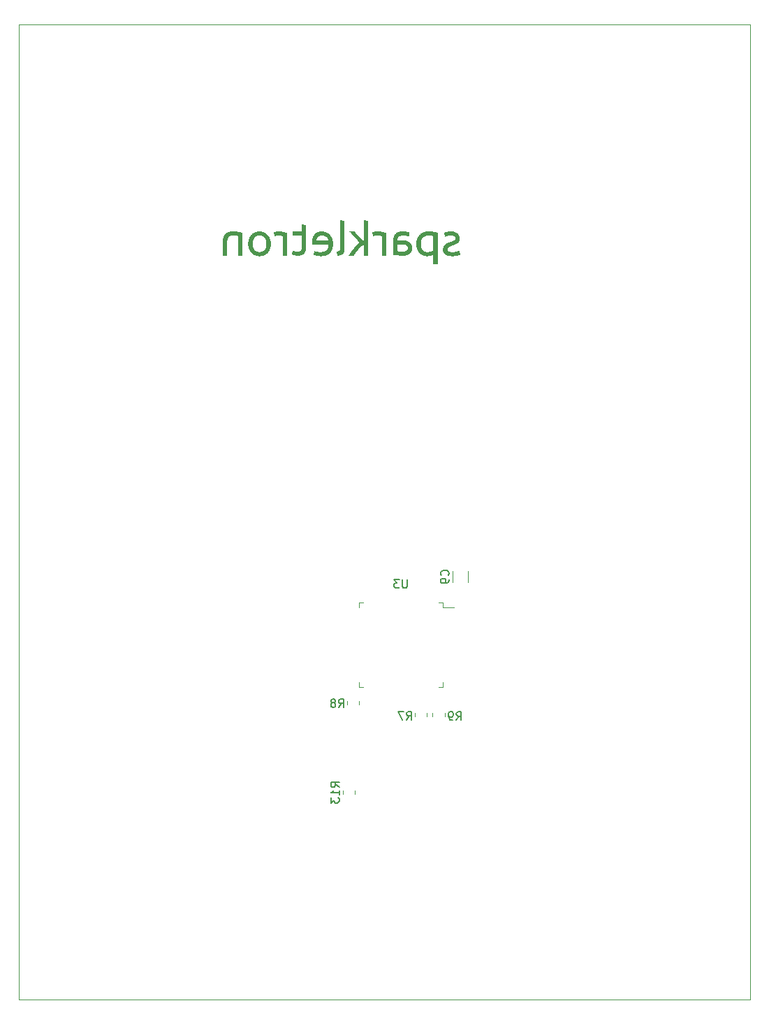
<source format=gbr>
%TF.GenerationSoftware,KiCad,Pcbnew,7.0.9-7.0.9~ubuntu22.04.1*%
%TF.CreationDate,2024-01-06T12:21:39-05:00*%
%TF.ProjectId,coleco_original,636f6c65-636f-45f6-9f72-6967696e616c,DEV*%
%TF.SameCoordinates,Original*%
%TF.FileFunction,Legend,Bot*%
%TF.FilePolarity,Positive*%
%FSLAX46Y46*%
G04 Gerber Fmt 4.6, Leading zero omitted, Abs format (unit mm)*
G04 Created by KiCad (PCBNEW 7.0.9-7.0.9~ubuntu22.04.1) date 2024-01-06 12:21:39*
%MOMM*%
%LPD*%
G01*
G04 APERTURE LIST*
%ADD10C,0.100000*%
%ADD11C,0.150000*%
%ADD12C,0.120000*%
%TA.AperFunction,Profile*%
%ADD13C,0.100000*%
%TD*%
G04 APERTURE END LIST*
D10*
G36*
X134504667Y-82993716D02*
G01*
X134465260Y-82993422D01*
X134408582Y-82991880D01*
X134354824Y-82989015D01*
X134303985Y-82984827D01*
X134256066Y-82979317D01*
X134211066Y-82972485D01*
X134168985Y-82964331D01*
X134129824Y-82954854D01*
X134082151Y-82940161D01*
X134039668Y-82923118D01*
X134029859Y-82918490D01*
X133993451Y-82898034D01*
X133961898Y-82874770D01*
X133929283Y-82841740D01*
X133904253Y-82804321D01*
X133886808Y-82762514D01*
X133876947Y-82716318D01*
X133874520Y-82676201D01*
X133876901Y-82634557D01*
X133884046Y-82595112D01*
X133895952Y-82557865D01*
X133917534Y-82514397D01*
X133940157Y-82482096D01*
X133967542Y-82451993D01*
X133999691Y-82424089D01*
X134026928Y-82404603D01*
X134067869Y-82379140D01*
X134102622Y-82359643D01*
X134140844Y-82339802D01*
X134182535Y-82319618D01*
X134227695Y-82299090D01*
X134276324Y-82278218D01*
X134328423Y-82257004D01*
X134365082Y-82242670D01*
X134403283Y-82228183D01*
X134443026Y-82213544D01*
X134484311Y-82198752D01*
X134527137Y-82183807D01*
X134569177Y-82169366D01*
X134610790Y-82154864D01*
X134651976Y-82140301D01*
X134692734Y-82125677D01*
X134733064Y-82110992D01*
X134772967Y-82096246D01*
X134812443Y-82081439D01*
X134851491Y-82066570D01*
X134889441Y-82050878D01*
X134926108Y-82034086D01*
X134961492Y-82016195D01*
X135003920Y-81992286D01*
X135044344Y-81966660D01*
X135082765Y-81939316D01*
X135119182Y-81910255D01*
X135153194Y-81879076D01*
X135185013Y-81845989D01*
X135214637Y-81810993D01*
X135242066Y-81774090D01*
X135267302Y-81735278D01*
X135290342Y-81694558D01*
X135298944Y-81677736D01*
X135318365Y-81633491D01*
X135331531Y-81595931D01*
X135342590Y-81556447D01*
X135351543Y-81515041D01*
X135358390Y-81471710D01*
X135363130Y-81426457D01*
X135365763Y-81379280D01*
X135366355Y-81342635D01*
X135365233Y-81294416D01*
X135361867Y-81247456D01*
X135356257Y-81201756D01*
X135348404Y-81157315D01*
X135338306Y-81114134D01*
X135325964Y-81072212D01*
X135311378Y-81031549D01*
X135294548Y-80992146D01*
X135275474Y-80954002D01*
X135254156Y-80917118D01*
X135230595Y-80881493D01*
X135204789Y-80847127D01*
X135176739Y-80814021D01*
X135146445Y-80782174D01*
X135113908Y-80751586D01*
X135079126Y-80722258D01*
X135042409Y-80694456D01*
X135004067Y-80668448D01*
X134964099Y-80644234D01*
X134922505Y-80621813D01*
X134879286Y-80601186D01*
X134834440Y-80582352D01*
X134787969Y-80565313D01*
X134739872Y-80550067D01*
X134690150Y-80536614D01*
X134638802Y-80524955D01*
X134585828Y-80515090D01*
X134531228Y-80507019D01*
X134475003Y-80500741D01*
X134417151Y-80496257D01*
X134357674Y-80493566D01*
X134296572Y-80492670D01*
X134250375Y-80493185D01*
X134204111Y-80494730D01*
X134157777Y-80497306D01*
X134111375Y-80500913D01*
X134064904Y-80505550D01*
X134049398Y-80507324D01*
X134003488Y-80512659D01*
X133958814Y-80518407D01*
X133915377Y-80524566D01*
X133873177Y-80531138D01*
X133832213Y-80538122D01*
X133818833Y-80540541D01*
X133779460Y-80547971D01*
X133735869Y-80556901D01*
X133694803Y-80566110D01*
X133656261Y-80575601D01*
X133630277Y-80582551D01*
X133591565Y-80593420D01*
X133553560Y-80604771D01*
X133515086Y-80617386D01*
X133503271Y-80621630D01*
X133599014Y-81133563D01*
X133640401Y-81113761D01*
X133683243Y-81096565D01*
X133724139Y-81082077D01*
X133769758Y-81067446D01*
X133809654Y-81055639D01*
X133852572Y-81043740D01*
X133863773Y-81040751D01*
X133909859Y-81029531D01*
X133958234Y-81019807D01*
X134008899Y-81011579D01*
X134048401Y-81006390D01*
X134089190Y-81002042D01*
X134131268Y-80998536D01*
X134174633Y-80995871D01*
X134219287Y-80994048D01*
X134265228Y-80993066D01*
X134296572Y-80992879D01*
X134337290Y-80993566D01*
X134377012Y-80995627D01*
X134428425Y-81000512D01*
X134478067Y-81007839D01*
X134525939Y-81017609D01*
X134572039Y-81029821D01*
X134616370Y-81044475D01*
X134658929Y-81061572D01*
X134679545Y-81071037D01*
X134717784Y-81091721D01*
X134750924Y-81115184D01*
X134785180Y-81148419D01*
X134811470Y-81185995D01*
X134829793Y-81227912D01*
X134840149Y-81274170D01*
X134842699Y-81314303D01*
X134840439Y-81356007D01*
X134833662Y-81395147D01*
X134820636Y-81436114D01*
X134806551Y-81465733D01*
X134782654Y-81501076D01*
X134756352Y-81530934D01*
X134725288Y-81559328D01*
X134694199Y-81582970D01*
X134659130Y-81605723D01*
X134620602Y-81627823D01*
X134584824Y-81646244D01*
X134546505Y-81664184D01*
X134505644Y-81681644D01*
X134469155Y-81695783D01*
X134430520Y-81710113D01*
X134389738Y-81724634D01*
X134346809Y-81739346D01*
X134301734Y-81754249D01*
X134264128Y-81766308D01*
X134235023Y-81775433D01*
X134196400Y-81788239D01*
X134158567Y-81801010D01*
X134121524Y-81813747D01*
X134073362Y-81830676D01*
X134026605Y-81847544D01*
X133981252Y-81864351D01*
X133937304Y-81881097D01*
X133894760Y-81897781D01*
X133863773Y-81910255D01*
X133823733Y-81927184D01*
X133785188Y-81945243D01*
X133748140Y-81964431D01*
X133712587Y-81984749D01*
X133678530Y-82006197D01*
X133645970Y-82028774D01*
X133607373Y-82058584D01*
X133585337Y-82077317D01*
X133550623Y-82109813D01*
X133518532Y-82144408D01*
X133489066Y-82181101D01*
X133462223Y-82219894D01*
X133438004Y-82260786D01*
X133416408Y-82303776D01*
X133408505Y-82321560D01*
X133393850Y-82358471D01*
X133381150Y-82397397D01*
X133370403Y-82438339D01*
X133361610Y-82481295D01*
X133354771Y-82526266D01*
X133349886Y-82573252D01*
X133346956Y-82622253D01*
X133345979Y-82673270D01*
X133347154Y-82723061D01*
X133350680Y-82771318D01*
X133356557Y-82818041D01*
X133364785Y-82863230D01*
X133375364Y-82906884D01*
X133388294Y-82949005D01*
X133403574Y-82989591D01*
X133421205Y-83028643D01*
X133441187Y-83066161D01*
X133463520Y-83102145D01*
X133488204Y-83136595D01*
X133515239Y-83169510D01*
X133544624Y-83200891D01*
X133576361Y-83230739D01*
X133610448Y-83259052D01*
X133646886Y-83285831D01*
X133685503Y-83311030D01*
X133726127Y-83334603D01*
X133768759Y-83356551D01*
X133813398Y-83376872D01*
X133860045Y-83395568D01*
X133908699Y-83412639D01*
X133959360Y-83428083D01*
X134012029Y-83441902D01*
X134066705Y-83454095D01*
X134123388Y-83464662D01*
X134182079Y-83473604D01*
X134242777Y-83480920D01*
X134305483Y-83486610D01*
X134370196Y-83490674D01*
X134436916Y-83493113D01*
X134505644Y-83493926D01*
X134553469Y-83493674D01*
X134599982Y-83492918D01*
X134645183Y-83491659D01*
X134689070Y-83489896D01*
X134731645Y-83487629D01*
X134772906Y-83484858D01*
X134812855Y-83481584D01*
X134870317Y-83475728D01*
X134924825Y-83468738D01*
X134976380Y-83460615D01*
X135024980Y-83451359D01*
X135070627Y-83440969D01*
X135113320Y-83429446D01*
X135153125Y-83417622D01*
X135202378Y-83402685D01*
X135247265Y-83388694D01*
X135287786Y-83375650D01*
X135332299Y-83360676D01*
X135369989Y-83347181D01*
X135411296Y-83330771D01*
X135315553Y-82824700D01*
X135278104Y-82838691D01*
X135241176Y-82852134D01*
X135199049Y-82867199D01*
X135161604Y-82880418D01*
X135120830Y-82894676D01*
X135076729Y-82909972D01*
X135029300Y-82926305D01*
X134991155Y-82938352D01*
X134950727Y-82949215D01*
X134908014Y-82958892D01*
X134863017Y-82967384D01*
X134815736Y-82974691D01*
X134766171Y-82980813D01*
X134714321Y-82985751D01*
X134660188Y-82989503D01*
X134603771Y-82992071D01*
X134545070Y-82993453D01*
X134504667Y-82993716D01*
G37*
G36*
X131625066Y-80492879D02*
G01*
X131669831Y-80493509D01*
X131713910Y-80494559D01*
X131757301Y-80496028D01*
X131800005Y-80497917D01*
X131842023Y-80500226D01*
X131883353Y-80502954D01*
X131923997Y-80506103D01*
X131963953Y-80509671D01*
X132003223Y-80513659D01*
X132060839Y-80520428D01*
X132116910Y-80528142D01*
X132171436Y-80536800D01*
X132224415Y-80546403D01*
X132275807Y-80556401D01*
X132325566Y-80566244D01*
X132373695Y-80575933D01*
X132420191Y-80585467D01*
X132465057Y-80594846D01*
X132508290Y-80604071D01*
X132549893Y-80613141D01*
X132589864Y-80622057D01*
X132640620Y-80633705D01*
X132688477Y-80645077D01*
X132688477Y-84494344D01*
X132165797Y-84494344D01*
X132165797Y-83297554D01*
X132126424Y-83320841D01*
X132088314Y-83340562D01*
X132045385Y-83360569D01*
X132007574Y-83376781D01*
X131966678Y-83393175D01*
X131922699Y-83409753D01*
X131875637Y-83426515D01*
X131851105Y-83434678D01*
X131813450Y-83445935D01*
X131774764Y-83456007D01*
X131735048Y-83464894D01*
X131694302Y-83472596D01*
X131652525Y-83479114D01*
X131609717Y-83484446D01*
X131565879Y-83488593D01*
X131521011Y-83491556D01*
X131475113Y-83493333D01*
X131428184Y-83493926D01*
X131389132Y-83493494D01*
X131331569Y-83491230D01*
X131275227Y-83487026D01*
X131220103Y-83480881D01*
X131166199Y-83472795D01*
X131113514Y-83462768D01*
X131062048Y-83450802D01*
X131011802Y-83436894D01*
X130962775Y-83421046D01*
X130914967Y-83403257D01*
X130868379Y-83383528D01*
X130838028Y-83369381D01*
X130793632Y-83346858D01*
X130750593Y-83322772D01*
X130708910Y-83297124D01*
X130668585Y-83269913D01*
X130629616Y-83241139D01*
X130592003Y-83210802D01*
X130555747Y-83178903D01*
X130520848Y-83145441D01*
X130487306Y-83110416D01*
X130455120Y-83073828D01*
X130434314Y-83048618D01*
X130404306Y-83009686D01*
X130375741Y-82969414D01*
X130348619Y-82927803D01*
X130322939Y-82884853D01*
X130298702Y-82840563D01*
X130275907Y-82794933D01*
X130254555Y-82747964D01*
X130234645Y-82699656D01*
X130216178Y-82650007D01*
X130199154Y-82599020D01*
X130193744Y-82581691D01*
X130178546Y-82529121D01*
X130164893Y-82475674D01*
X130152786Y-82421352D01*
X130142224Y-82366154D01*
X130133208Y-82310081D01*
X130125738Y-82253131D01*
X130119813Y-82195306D01*
X130116722Y-82156269D01*
X130114317Y-82116843D01*
X130112600Y-82077027D01*
X130111570Y-82036822D01*
X130111226Y-81996229D01*
X130111254Y-81993298D01*
X130657353Y-81993298D01*
X130657397Y-82006519D01*
X130658056Y-82045840D01*
X130660162Y-82097467D01*
X130663673Y-82148178D01*
X130668588Y-82197973D01*
X130674908Y-82246852D01*
X130682632Y-82294815D01*
X130691761Y-82341863D01*
X130702294Y-82387994D01*
X130714415Y-82432919D01*
X130728306Y-82476349D01*
X130743968Y-82518282D01*
X130761401Y-82558720D01*
X130780604Y-82597661D01*
X130801579Y-82635107D01*
X130824324Y-82671056D01*
X130848840Y-82705510D01*
X130875157Y-82738315D01*
X130903306Y-82769318D01*
X130933287Y-82798520D01*
X130965099Y-82825921D01*
X130998744Y-82851521D01*
X131034220Y-82875320D01*
X131071528Y-82897317D01*
X131110668Y-82917513D01*
X131141277Y-82931131D01*
X131183851Y-82947205D01*
X131228441Y-82960898D01*
X131275045Y-82972210D01*
X131323665Y-82981140D01*
X131374300Y-82987688D01*
X131413598Y-82991037D01*
X131454030Y-82993047D01*
X131495595Y-82993716D01*
X131508935Y-82993645D01*
X131548565Y-82992571D01*
X131600497Y-82989137D01*
X131651391Y-82983412D01*
X131701247Y-82975398D01*
X131750065Y-82965094D01*
X131797845Y-82952500D01*
X131844587Y-82937617D01*
X131890291Y-82920443D01*
X131901444Y-82915858D01*
X131944416Y-82897403D01*
X131984762Y-82878764D01*
X132022482Y-82859942D01*
X132057577Y-82840937D01*
X132097753Y-82816923D01*
X132133826Y-82792622D01*
X132165797Y-82768036D01*
X132165797Y-81048566D01*
X132122933Y-81037697D01*
X132080016Y-81028788D01*
X132039213Y-81021598D01*
X131994699Y-81014821D01*
X131954771Y-81009487D01*
X131937877Y-81007476D01*
X131892067Y-81003016D01*
X131851744Y-81000032D01*
X131808154Y-80997566D01*
X131761298Y-80995620D01*
X131711174Y-80994193D01*
X131671438Y-80993463D01*
X131629864Y-80993025D01*
X131586453Y-80992879D01*
X131534357Y-80993894D01*
X131483581Y-80996939D01*
X131434126Y-81002015D01*
X131385991Y-81009121D01*
X131339176Y-81018257D01*
X131293682Y-81029424D01*
X131249509Y-81042620D01*
X131206655Y-81057848D01*
X131165123Y-81075105D01*
X131124910Y-81094392D01*
X131086019Y-81115710D01*
X131048447Y-81139058D01*
X131012196Y-81164437D01*
X130977266Y-81191845D01*
X130943656Y-81221284D01*
X130911366Y-81252753D01*
X130880607Y-81285986D01*
X130851832Y-81320958D01*
X130825041Y-81357671D01*
X130800235Y-81396124D01*
X130777414Y-81436317D01*
X130756577Y-81478251D01*
X130737724Y-81521924D01*
X130720856Y-81567338D01*
X130705973Y-81614492D01*
X130693074Y-81663387D01*
X130682159Y-81714021D01*
X130673229Y-81766396D01*
X130666283Y-81820511D01*
X130661322Y-81876366D01*
X130658346Y-81933962D01*
X130657353Y-81993298D01*
X130111254Y-81993298D01*
X130111635Y-81952906D01*
X130112860Y-81910133D01*
X130114901Y-81867909D01*
X130117760Y-81826236D01*
X130121435Y-81785111D01*
X130125927Y-81744536D01*
X130131235Y-81704511D01*
X130137360Y-81665035D01*
X130144302Y-81626109D01*
X130152061Y-81587732D01*
X130165230Y-81531198D01*
X130180236Y-81475900D01*
X130197081Y-81421838D01*
X130215762Y-81369013D01*
X130229051Y-81334422D01*
X130250271Y-81283795D01*
X130273037Y-81234679D01*
X130297349Y-81187075D01*
X130323206Y-81140982D01*
X130350609Y-81096400D01*
X130379558Y-81053329D01*
X130410052Y-81011770D01*
X130442091Y-80971721D01*
X130475677Y-80933184D01*
X130510808Y-80896159D01*
X130535053Y-80872326D01*
X130572579Y-80837879D01*
X130611497Y-80804995D01*
X130651805Y-80773674D01*
X130693505Y-80743915D01*
X130736596Y-80715720D01*
X130781078Y-80689087D01*
X130826950Y-80664016D01*
X130874214Y-80640509D01*
X130922869Y-80618564D01*
X130972915Y-80598182D01*
X131006884Y-80585406D01*
X131058825Y-80567786D01*
X131111950Y-80552021D01*
X131166261Y-80538110D01*
X131221757Y-80526055D01*
X131278437Y-80515854D01*
X131336303Y-80507507D01*
X131375538Y-80502974D01*
X131415300Y-80499264D01*
X131455589Y-80496379D01*
X131496404Y-80494318D01*
X131537746Y-80493082D01*
X131579614Y-80492670D01*
X131625066Y-80492879D01*
G37*
G36*
X128479776Y-80492834D02*
G01*
X128530632Y-80493695D01*
X128580801Y-80495295D01*
X128630283Y-80497634D01*
X128679078Y-80500710D01*
X128727186Y-80504526D01*
X128774607Y-80509080D01*
X128821342Y-80514372D01*
X128867389Y-80520403D01*
X128912750Y-80527172D01*
X128957423Y-80534679D01*
X129000394Y-80542582D01*
X129041011Y-80550536D01*
X129079276Y-80558542D01*
X129126637Y-80569296D01*
X129169814Y-80580142D01*
X129208809Y-80591079D01*
X129251671Y-80604880D01*
X129294478Y-80621630D01*
X129232929Y-81105231D01*
X129207467Y-81095507D01*
X129163549Y-81081093D01*
X129121703Y-81069238D01*
X129075087Y-81057527D01*
X129034360Y-81048261D01*
X128990579Y-81039087D01*
X128943745Y-81030004D01*
X128931531Y-81027720D01*
X128881416Y-81019309D01*
X128842507Y-81013762D01*
X128802464Y-81008867D01*
X128761288Y-81004625D01*
X128718979Y-81001036D01*
X128675536Y-80998100D01*
X128630960Y-80995816D01*
X128585250Y-80994184D01*
X128538407Y-80993205D01*
X128490431Y-80992879D01*
X128465331Y-80993054D01*
X128416940Y-80994459D01*
X128370962Y-80997268D01*
X128327395Y-81001481D01*
X128286240Y-81007098D01*
X128247497Y-81014120D01*
X128202460Y-81024873D01*
X128161191Y-81037820D01*
X128137859Y-81046329D01*
X128101108Y-81061694D01*
X128060533Y-81082085D01*
X128023805Y-81104605D01*
X127990924Y-81129254D01*
X127961889Y-81156033D01*
X127944273Y-81174931D01*
X127916825Y-81209620D01*
X127893677Y-81246365D01*
X127874830Y-81285167D01*
X127860284Y-81326026D01*
X127853644Y-81349764D01*
X127844154Y-81391524D01*
X127837375Y-81433566D01*
X127833308Y-81475887D01*
X127831952Y-81518490D01*
X127831952Y-81628887D01*
X127870690Y-81620204D01*
X127911087Y-81612279D01*
X127918128Y-81610806D01*
X127959719Y-81602431D01*
X128001736Y-81594417D01*
X128042978Y-81586878D01*
X128081568Y-81579978D01*
X128121136Y-81573933D01*
X128161680Y-81568742D01*
X128203201Y-81564407D01*
X128244906Y-81560560D01*
X128286000Y-81557813D01*
X128326483Y-81556164D01*
X128366355Y-81555614D01*
X128397168Y-81555817D01*
X128443072Y-81556879D01*
X128488599Y-81558851D01*
X128533748Y-81561733D01*
X128578518Y-81565525D01*
X128622912Y-81570228D01*
X128666927Y-81575841D01*
X128710564Y-81582364D01*
X128753824Y-81589797D01*
X128796706Y-81598140D01*
X128839210Y-81607394D01*
X128867080Y-81614092D01*
X128908070Y-81624982D01*
X128948081Y-81636886D01*
X128987113Y-81649803D01*
X129025166Y-81663734D01*
X129062240Y-81678678D01*
X129098336Y-81694634D01*
X129144941Y-81717486D01*
X129189805Y-81742140D01*
X129232929Y-81768594D01*
X129273855Y-81796789D01*
X129312613Y-81827151D01*
X129349204Y-81859682D01*
X129383627Y-81894379D01*
X129415882Y-81931245D01*
X129445970Y-81970278D01*
X129473890Y-82011478D01*
X129499642Y-82054847D01*
X129522769Y-82100368D01*
X129542812Y-82148025D01*
X129555821Y-82185171D01*
X129567095Y-82223519D01*
X129576635Y-82263070D01*
X129584440Y-82303822D01*
X129590511Y-82345776D01*
X129594847Y-82388933D01*
X129597449Y-82433292D01*
X129598316Y-82478852D01*
X129598234Y-82494960D01*
X129597004Y-82542401D01*
X129594296Y-82588520D01*
X129590111Y-82633317D01*
X129584450Y-82676791D01*
X129577311Y-82718943D01*
X129568696Y-82759773D01*
X129558604Y-82799280D01*
X129547035Y-82837465D01*
X129533989Y-82874327D01*
X129514297Y-82921420D01*
X129492010Y-82965995D01*
X129467646Y-83008371D01*
X129441207Y-83048549D01*
X129412692Y-83086529D01*
X129382100Y-83122310D01*
X129349433Y-83155894D01*
X129314689Y-83187279D01*
X129277870Y-83216466D01*
X129258601Y-83230155D01*
X129218759Y-83256136D01*
X129177177Y-83280255D01*
X129133854Y-83302512D01*
X129088791Y-83322906D01*
X129041988Y-83341438D01*
X128993445Y-83358108D01*
X128955896Y-83369388D01*
X128917367Y-83379620D01*
X128891203Y-83385890D01*
X128851384Y-83394537D01*
X128810877Y-83402274D01*
X128769684Y-83409100D01*
X128727804Y-83415016D01*
X128685237Y-83420022D01*
X128641983Y-83424118D01*
X128598043Y-83427304D01*
X128553415Y-83429579D01*
X128508100Y-83430944D01*
X128462099Y-83431400D01*
X128418349Y-83431186D01*
X128374538Y-83430545D01*
X128330665Y-83429476D01*
X128286732Y-83427980D01*
X128242738Y-83426057D01*
X128198683Y-83423706D01*
X128154566Y-83420928D01*
X128110389Y-83417722D01*
X128077456Y-83414957D01*
X128034240Y-83411217D01*
X127991819Y-83407416D01*
X127950190Y-83403554D01*
X127909356Y-83399631D01*
X127869315Y-83395647D01*
X127830069Y-83391601D01*
X127782127Y-83386459D01*
X127763198Y-83384371D01*
X127716944Y-83379052D01*
X127672217Y-83373590D01*
X127629017Y-83367985D01*
X127587343Y-83362237D01*
X127547195Y-83356345D01*
X127508575Y-83350311D01*
X127486332Y-83346550D01*
X127444681Y-83339543D01*
X127400863Y-83332237D01*
X127362188Y-83325866D01*
X127320019Y-83319048D01*
X127320019Y-82892111D01*
X127831952Y-82892111D01*
X127863041Y-82898799D01*
X127903432Y-82905943D01*
X127947190Y-82912126D01*
X127986226Y-82916543D01*
X128027599Y-82920293D01*
X128071310Y-82923374D01*
X128098607Y-82924771D01*
X128145743Y-82926794D01*
X128184929Y-82928137D01*
X128225427Y-82929236D01*
X128267239Y-82930091D01*
X128310363Y-82930702D01*
X128354800Y-82931068D01*
X128400549Y-82931190D01*
X128438640Y-82930809D01*
X128493901Y-82928805D01*
X128546912Y-82925084D01*
X128597673Y-82919646D01*
X128646185Y-82912490D01*
X128692447Y-82903617D01*
X128736460Y-82893027D01*
X128778222Y-82880720D01*
X128817735Y-82866695D01*
X128854999Y-82850953D01*
X128890012Y-82833493D01*
X128932144Y-82806443D01*
X128968658Y-82774630D01*
X128999555Y-82738055D01*
X129024834Y-82696717D01*
X129044496Y-82650616D01*
X129055555Y-82612915D01*
X129063455Y-82572535D01*
X129068195Y-82529476D01*
X129069775Y-82483737D01*
X129069131Y-82458739D01*
X129065195Y-82419135D01*
X129055750Y-82375011D01*
X129041153Y-82334596D01*
X129021403Y-82297891D01*
X128996502Y-82264896D01*
X128987202Y-82254653D01*
X128957606Y-82225573D01*
X128925469Y-82198965D01*
X128890791Y-82174831D01*
X128853570Y-82153170D01*
X128813808Y-82133981D01*
X128779066Y-82119833D01*
X128735926Y-82104995D01*
X128691207Y-82092493D01*
X128652734Y-82083858D01*
X128613164Y-82076846D01*
X128572496Y-82071455D01*
X128531333Y-82066952D01*
X128490885Y-82063212D01*
X128451153Y-82060235D01*
X128412136Y-82058022D01*
X128366260Y-82056373D01*
X128321415Y-82055824D01*
X128277314Y-82056129D01*
X128234892Y-82057045D01*
X128194149Y-82058572D01*
X128145582Y-82061338D01*
X128099638Y-82065059D01*
X128056319Y-82069734D01*
X128015623Y-82075363D01*
X128000022Y-82077840D01*
X127956516Y-82085682D01*
X127912010Y-82095613D01*
X127869390Y-82107993D01*
X127831952Y-82123235D01*
X127831952Y-82892111D01*
X127320019Y-82892111D01*
X127320019Y-81566361D01*
X127320074Y-81551563D01*
X127320904Y-81507651D01*
X127322731Y-81464460D01*
X127325553Y-81421991D01*
X127329371Y-81380242D01*
X127334185Y-81339215D01*
X127339995Y-81298909D01*
X127346802Y-81259325D01*
X127354604Y-81220462D01*
X127363403Y-81182320D01*
X127376683Y-81132586D01*
X127391811Y-81084104D01*
X127409351Y-81037331D01*
X127429302Y-80992268D01*
X127451666Y-80948915D01*
X127476441Y-80907272D01*
X127503629Y-80867338D01*
X127533228Y-80829114D01*
X127565239Y-80792600D01*
X127573565Y-80783688D01*
X127608530Y-80749318D01*
X127646151Y-80716994D01*
X127686428Y-80686716D01*
X127729361Y-80658483D01*
X127763305Y-80638650D01*
X127798742Y-80619969D01*
X127835673Y-80602438D01*
X127874098Y-80586057D01*
X127914018Y-80570827D01*
X127941396Y-80561363D01*
X127983923Y-80548311D01*
X128028201Y-80536633D01*
X128074231Y-80526329D01*
X128122013Y-80517399D01*
X128171547Y-80509843D01*
X128222832Y-80503660D01*
X128275869Y-80498852D01*
X128330658Y-80495417D01*
X128387198Y-80493356D01*
X128445490Y-80492670D01*
X128479776Y-80492834D01*
G37*
G36*
X125386593Y-80492670D02*
G01*
X125347128Y-80493365D01*
X125304573Y-80495452D01*
X125264151Y-80498474D01*
X125232231Y-80501462D01*
X125188512Y-80505798D01*
X125145281Y-80510988D01*
X125102538Y-80517033D01*
X125060284Y-80523933D01*
X125019129Y-80530833D01*
X124979684Y-80537854D01*
X124937352Y-80545900D01*
X124905923Y-80552265D01*
X124865489Y-80560623D01*
X124826288Y-80570148D01*
X124801387Y-80577666D01*
X124891268Y-81076898D01*
X124932381Y-81063641D01*
X124973334Y-81052474D01*
X125014687Y-81042308D01*
X125053556Y-81033416D01*
X125096432Y-81024142D01*
X125143315Y-81015136D01*
X125183707Y-81009029D01*
X125226663Y-81003900D01*
X125272184Y-80999748D01*
X125320269Y-80996573D01*
X125370919Y-80994375D01*
X125410590Y-80993367D01*
X125451702Y-80992909D01*
X125465727Y-80992879D01*
X125511451Y-80993642D01*
X125557032Y-80995932D01*
X125602470Y-80999748D01*
X125647765Y-81005091D01*
X125692916Y-81011960D01*
X125737925Y-81020356D01*
X125755888Y-81024142D01*
X125798358Y-81033153D01*
X125842963Y-81042770D01*
X125886233Y-81052341D01*
X125927990Y-81062035D01*
X125944443Y-81066152D01*
X125944443Y-83431400D01*
X126467123Y-83431400D01*
X126467123Y-80679271D01*
X126419312Y-80662540D01*
X126381611Y-80650153D01*
X126342330Y-80637902D01*
X126301469Y-80625790D01*
X126259028Y-80613814D01*
X126215007Y-80601976D01*
X126169406Y-80590275D01*
X126122225Y-80578712D01*
X126073465Y-80567286D01*
X126023124Y-80555997D01*
X126005993Y-80552265D01*
X125953568Y-80541614D01*
X125899976Y-80532012D01*
X125845216Y-80523457D01*
X125789288Y-80515949D01*
X125732192Y-80509489D01*
X125673929Y-80504076D01*
X125634438Y-80501050D01*
X125594428Y-80498489D01*
X125553899Y-80496394D01*
X125512851Y-80494765D01*
X125471284Y-80493601D01*
X125429198Y-80492902D01*
X125386593Y-80492670D01*
G37*
G36*
X123248002Y-81833074D02*
G01*
X123216140Y-81857795D01*
X123183934Y-81883598D01*
X123151385Y-81910483D01*
X123118493Y-81938450D01*
X123085256Y-81967499D01*
X123051677Y-81997629D01*
X123017754Y-82028842D01*
X122983487Y-82061136D01*
X122948877Y-82094512D01*
X122913924Y-82128971D01*
X122890431Y-82152544D01*
X122855128Y-82188356D01*
X122819929Y-82224718D01*
X122784832Y-82261629D01*
X122749838Y-82299090D01*
X122714948Y-82337100D01*
X122680161Y-82375660D01*
X122645476Y-82414769D01*
X122610895Y-82454428D01*
X122576417Y-82494637D01*
X122542041Y-82535395D01*
X122519182Y-82562872D01*
X122485098Y-82604148D01*
X122451358Y-82645544D01*
X122417962Y-82687061D01*
X122384909Y-82728698D01*
X122352200Y-82770455D01*
X122319834Y-82812332D01*
X122287811Y-82854329D01*
X122256132Y-82896447D01*
X122224796Y-82938684D01*
X122193804Y-82981042D01*
X122173334Y-83009348D01*
X122143189Y-83051571D01*
X122113937Y-83093245D01*
X122085578Y-83134370D01*
X122058112Y-83174945D01*
X122031539Y-83214970D01*
X122005859Y-83254446D01*
X121981073Y-83293372D01*
X121957179Y-83331748D01*
X121934178Y-83369576D01*
X121912070Y-83406853D01*
X121897828Y-83431400D01*
X122511366Y-83431400D01*
X122533857Y-83394328D01*
X122557001Y-83357119D01*
X122580798Y-83319773D01*
X122605247Y-83282289D01*
X122630348Y-83244668D01*
X122656103Y-83206910D01*
X122682509Y-83169014D01*
X122709569Y-83130981D01*
X122737281Y-83092810D01*
X122765646Y-83054502D01*
X122784918Y-83028887D01*
X122813989Y-82990565D01*
X122843319Y-82952535D01*
X122872905Y-82914796D01*
X122902750Y-82877350D01*
X122932852Y-82840195D01*
X122963211Y-82803333D01*
X122993828Y-82766762D01*
X123024703Y-82730484D01*
X123055836Y-82694497D01*
X123087226Y-82658802D01*
X123108295Y-82635168D01*
X123140037Y-82600088D01*
X123171882Y-82565559D01*
X123203831Y-82531578D01*
X123235882Y-82498148D01*
X123268036Y-82465266D01*
X123300293Y-82432935D01*
X123332653Y-82401153D01*
X123365117Y-82369920D01*
X123397683Y-82339237D01*
X123430352Y-82309104D01*
X123452189Y-82289320D01*
X123484650Y-82260100D01*
X123516818Y-82231789D01*
X123548695Y-82204389D01*
X123580279Y-82177899D01*
X123611572Y-82152320D01*
X123642573Y-82127650D01*
X123683453Y-82096173D01*
X123723814Y-82066315D01*
X123763656Y-82038074D01*
X123783383Y-82024561D01*
X123783383Y-83431400D01*
X124306062Y-83431400D01*
X124306062Y-79205998D01*
X123783383Y-79117094D01*
X123783383Y-81743193D01*
X123749234Y-81708312D01*
X123714201Y-81672546D01*
X123678282Y-81635894D01*
X123650762Y-81607824D01*
X123622743Y-81579256D01*
X123594227Y-81550191D01*
X123565213Y-81520627D01*
X123535700Y-81490565D01*
X123505690Y-81460005D01*
X123485406Y-81439355D01*
X123454866Y-81408162D01*
X123424430Y-81376867D01*
X123394096Y-81345468D01*
X123363865Y-81313967D01*
X123333737Y-81282362D01*
X123303713Y-81250654D01*
X123273791Y-81218844D01*
X123243972Y-81186930D01*
X123214257Y-81154913D01*
X123184644Y-81122793D01*
X123164960Y-81101323D01*
X123135439Y-81069037D01*
X123106227Y-81037026D01*
X123077324Y-81005290D01*
X123048731Y-80973828D01*
X123020446Y-80942641D01*
X122992471Y-80911729D01*
X122964805Y-80881092D01*
X122937448Y-80850730D01*
X122910400Y-80820642D01*
X122883661Y-80790829D01*
X122866006Y-80771106D01*
X122839972Y-80741766D01*
X122806327Y-80703687D01*
X122773904Y-80666798D01*
X122742702Y-80631101D01*
X122712721Y-80596594D01*
X122683962Y-80563278D01*
X122656423Y-80531152D01*
X122630106Y-80500217D01*
X122623718Y-80492670D01*
X122010180Y-80492670D01*
X122042786Y-80529016D01*
X122076125Y-80566248D01*
X122110197Y-80604365D01*
X122136232Y-80633534D01*
X122162679Y-80663201D01*
X122189538Y-80693366D01*
X122216809Y-80724029D01*
X122244492Y-80755190D01*
X122272588Y-80786849D01*
X122291547Y-80808231D01*
X122320044Y-80840323D01*
X122348746Y-80872482D01*
X122377654Y-80904711D01*
X122406769Y-80937008D01*
X122436089Y-80969374D01*
X122465616Y-81001809D01*
X122495349Y-81034312D01*
X122525288Y-81066884D01*
X122555433Y-81099525D01*
X122585784Y-81132235D01*
X122606132Y-81154079D01*
X122636749Y-81186869D01*
X122667418Y-81219658D01*
X122698138Y-81252448D01*
X122728910Y-81285238D01*
X122759733Y-81318027D01*
X122790608Y-81350817D01*
X122821534Y-81383606D01*
X122852512Y-81416396D01*
X122883541Y-81449186D01*
X122914622Y-81481975D01*
X122935371Y-81503835D01*
X122966341Y-81536444D01*
X122996966Y-81568693D01*
X123027249Y-81600581D01*
X123057188Y-81632108D01*
X123086783Y-81663275D01*
X123116035Y-81694081D01*
X123144943Y-81724526D01*
X123173508Y-81754611D01*
X123201730Y-81784335D01*
X123229608Y-81813699D01*
X123248002Y-81833074D01*
G37*
G36*
X120505644Y-83431400D02*
G01*
X120564998Y-83429346D01*
X120622163Y-83425874D01*
X120677136Y-83420981D01*
X120729920Y-83414669D01*
X120780512Y-83406937D01*
X120828914Y-83397786D01*
X120875126Y-83387214D01*
X120919147Y-83375224D01*
X120960977Y-83361813D01*
X121000617Y-83346983D01*
X121038066Y-83330733D01*
X121073325Y-83313064D01*
X121122106Y-83283898D01*
X121165958Y-83251538D01*
X121192454Y-83228189D01*
X121228596Y-83190231D01*
X121261182Y-83148528D01*
X121290214Y-83103082D01*
X121315690Y-83053892D01*
X121337612Y-83000958D01*
X121350252Y-82963589D01*
X121361311Y-82924556D01*
X121370791Y-82883859D01*
X121378691Y-82841498D01*
X121385010Y-82797473D01*
X121389750Y-82751784D01*
X121392910Y-82704432D01*
X121394490Y-82655415D01*
X121394688Y-82630283D01*
X121394688Y-79205021D01*
X120871031Y-79117094D01*
X120871031Y-82483737D01*
X120870241Y-82528754D01*
X120867871Y-82570749D01*
X120863921Y-82609721D01*
X120857316Y-82651368D01*
X120848561Y-82688901D01*
X120835555Y-82727431D01*
X120816690Y-82765959D01*
X120793343Y-82799387D01*
X120775288Y-82818838D01*
X120744084Y-82843911D01*
X120707625Y-82865275D01*
X120670805Y-82881151D01*
X120640466Y-82891134D01*
X120601790Y-82901065D01*
X120559282Y-82910342D01*
X120519794Y-82917772D01*
X120477491Y-82924722D01*
X120432371Y-82931190D01*
X120505644Y-83431400D01*
G37*
G36*
X118716156Y-80493036D02*
G01*
X118763380Y-80494959D01*
X118810415Y-80498531D01*
X118857261Y-80503752D01*
X118903918Y-80510621D01*
X118950386Y-80519139D01*
X118996665Y-80529306D01*
X119042756Y-80541121D01*
X119088657Y-80554585D01*
X119134370Y-80569698D01*
X119179893Y-80586459D01*
X119209844Y-80598549D01*
X119253968Y-80618058D01*
X119297130Y-80639215D01*
X119339331Y-80662021D01*
X119380569Y-80686476D01*
X119420847Y-80712580D01*
X119460162Y-80740332D01*
X119498516Y-80769733D01*
X119535908Y-80800782D01*
X119572338Y-80833480D01*
X119607807Y-80867827D01*
X119630724Y-80891533D01*
X119664026Y-80928525D01*
X119696040Y-80967233D01*
X119726766Y-81007659D01*
X119756204Y-81049803D01*
X119784353Y-81093663D01*
X119811215Y-81139241D01*
X119836789Y-81186537D01*
X119861075Y-81235549D01*
X119884073Y-81286279D01*
X119905783Y-81338727D01*
X119912695Y-81356528D01*
X119932116Y-81411053D01*
X119943965Y-81448338D01*
X119954937Y-81486372D01*
X119965031Y-81525153D01*
X119974247Y-81564682D01*
X119982586Y-81604959D01*
X119990047Y-81645984D01*
X119996630Y-81687757D01*
X120002335Y-81730279D01*
X120007163Y-81773548D01*
X120011113Y-81817565D01*
X120014185Y-81862330D01*
X120016379Y-81907843D01*
X120017696Y-81954104D01*
X120018135Y-82001113D01*
X120017795Y-82041574D01*
X120016776Y-82081622D01*
X120015078Y-82121258D01*
X120012700Y-82160482D01*
X120007860Y-82218545D01*
X120001492Y-82275681D01*
X119993595Y-82331889D01*
X119984170Y-82387170D01*
X119973216Y-82441523D01*
X119960734Y-82494950D01*
X119946723Y-82547448D01*
X119931184Y-82599020D01*
X119919835Y-82632802D01*
X119901465Y-82682387D01*
X119881481Y-82730667D01*
X119859883Y-82777642D01*
X119836670Y-82823311D01*
X119811843Y-82867676D01*
X119785402Y-82910735D01*
X119757346Y-82952489D01*
X119727677Y-82992938D01*
X119696393Y-83032082D01*
X119663494Y-83069920D01*
X119640638Y-83094379D01*
X119604909Y-83129822D01*
X119567446Y-83163770D01*
X119528248Y-83196225D01*
X119487315Y-83227186D01*
X119444648Y-83256652D01*
X119400246Y-83284625D01*
X119354110Y-83311103D01*
X119306239Y-83336088D01*
X119256634Y-83359578D01*
X119205295Y-83381574D01*
X119152169Y-83401652D01*
X119097206Y-83419756D01*
X119059543Y-83430728D01*
X119021063Y-83440822D01*
X118981767Y-83450038D01*
X118941654Y-83458377D01*
X118900724Y-83465838D01*
X118858977Y-83472421D01*
X118816414Y-83478126D01*
X118773034Y-83482954D01*
X118728838Y-83486904D01*
X118683825Y-83489976D01*
X118637995Y-83492170D01*
X118591348Y-83493487D01*
X118543885Y-83493926D01*
X118506161Y-83493704D01*
X118450534Y-83492542D01*
X118396057Y-83490384D01*
X118342731Y-83487230D01*
X118290556Y-83483080D01*
X118239531Y-83477933D01*
X118189657Y-83471791D01*
X118140933Y-83464653D01*
X118093360Y-83456518D01*
X118046938Y-83447388D01*
X118001666Y-83437261D01*
X117958049Y-83426863D01*
X117916956Y-83416550D01*
X117878387Y-83406324D01*
X117830890Y-83392822D01*
X117787880Y-83379472D01*
X117749358Y-83366275D01*
X117707517Y-83349994D01*
X117666565Y-83330771D01*
X117738861Y-82853032D01*
X117771046Y-82867148D01*
X117807764Y-82881407D01*
X117849013Y-82895808D01*
X117894794Y-82910353D01*
X117934682Y-82922092D01*
X117977471Y-82933923D01*
X118023159Y-82945845D01*
X118035029Y-82948790D01*
X118084206Y-82959636D01*
X118122871Y-82966789D01*
X118163066Y-82973100D01*
X118204788Y-82978569D01*
X118248039Y-82983198D01*
X118292819Y-82986984D01*
X118339127Y-82989930D01*
X118386963Y-82992033D01*
X118436328Y-82993296D01*
X118487221Y-82993716D01*
X118547511Y-82992846D01*
X118605770Y-82990236D01*
X118661999Y-82985885D01*
X118716198Y-82979794D01*
X118768367Y-82971963D01*
X118818506Y-82962392D01*
X118866614Y-82951081D01*
X118912692Y-82938029D01*
X118956739Y-82923237D01*
X118998757Y-82906705D01*
X119038744Y-82888432D01*
X119076701Y-82868420D01*
X119112627Y-82846667D01*
X119146524Y-82823174D01*
X119178390Y-82797940D01*
X119208226Y-82770967D01*
X119236279Y-82742314D01*
X119262799Y-82712043D01*
X119287784Y-82680154D01*
X119311235Y-82646647D01*
X119333152Y-82611522D01*
X119353535Y-82574779D01*
X119372384Y-82536417D01*
X119389698Y-82496438D01*
X119405478Y-82454840D01*
X119419725Y-82411625D01*
X119432437Y-82366791D01*
X119443615Y-82320339D01*
X119453258Y-82272269D01*
X119461368Y-82222581D01*
X119467944Y-82171274D01*
X119472985Y-82118350D01*
X117469217Y-82118350D01*
X117467528Y-82104420D01*
X117464322Y-82063388D01*
X117463355Y-82022607D01*
X117463355Y-82019390D01*
X117463355Y-81978357D01*
X117463355Y-81938587D01*
X117463663Y-81893219D01*
X117464587Y-81848584D01*
X117466128Y-81804681D01*
X117468285Y-81761511D01*
X117471059Y-81719074D01*
X117474449Y-81677369D01*
X117478455Y-81636398D01*
X117480552Y-81618141D01*
X118009482Y-81618141D01*
X119461261Y-81618141D01*
X119459040Y-81603505D01*
X119450637Y-81559828D01*
X119439623Y-81516494D01*
X119425999Y-81473503D01*
X119409764Y-81430856D01*
X119390919Y-81388552D01*
X119373102Y-81353781D01*
X119349013Y-81313756D01*
X119321971Y-81275585D01*
X119297180Y-81245193D01*
X119270337Y-81216089D01*
X119241443Y-81188273D01*
X119229311Y-81177534D01*
X119197545Y-81151822D01*
X119163728Y-81127731D01*
X119127859Y-81105263D01*
X119089940Y-81084417D01*
X119049969Y-81065192D01*
X119007946Y-81047589D01*
X118990563Y-81040964D01*
X118945669Y-81026271D01*
X118898724Y-81014250D01*
X118859691Y-81006557D01*
X118819345Y-81000573D01*
X118777687Y-80996298D01*
X118734715Y-80993734D01*
X118690431Y-80992879D01*
X118650913Y-80993566D01*
X118593654Y-80997172D01*
X118538817Y-81003870D01*
X118486401Y-81013659D01*
X118436407Y-81026539D01*
X118388834Y-81042510D01*
X118343682Y-81061572D01*
X118300952Y-81083726D01*
X118260643Y-81108971D01*
X118222756Y-81137307D01*
X118187290Y-81168734D01*
X118165072Y-81191097D01*
X118134521Y-81226074D01*
X118107301Y-81262767D01*
X118083413Y-81301178D01*
X118062856Y-81341307D01*
X118045632Y-81383152D01*
X118031738Y-81426715D01*
X118021177Y-81471996D01*
X118013947Y-81518993D01*
X118010048Y-81567708D01*
X118009482Y-81618141D01*
X117480552Y-81618141D01*
X117483077Y-81596159D01*
X117488316Y-81556652D01*
X117494171Y-81517879D01*
X117507731Y-81442530D01*
X117523755Y-81370112D01*
X117542245Y-81300625D01*
X117563200Y-81234069D01*
X117586621Y-81170443D01*
X117612507Y-81109749D01*
X117640858Y-81051986D01*
X117671675Y-80997153D01*
X117704957Y-80945252D01*
X117740704Y-80896281D01*
X117778916Y-80850241D01*
X117819320Y-80806941D01*
X117861883Y-80766435D01*
X117906606Y-80728723D01*
X117953489Y-80693804D01*
X118002532Y-80661678D01*
X118053735Y-80632346D01*
X118107099Y-80605807D01*
X118162622Y-80582062D01*
X118220305Y-80561111D01*
X118280149Y-80542953D01*
X118342152Y-80527589D01*
X118406315Y-80515018D01*
X118472639Y-80505240D01*
X118541122Y-80498257D01*
X118611765Y-80494066D01*
X118684569Y-80492670D01*
X118716156Y-80493036D01*
G37*
G36*
X116235302Y-80492670D02*
G01*
X115126439Y-80492670D01*
X115126439Y-80992879D01*
X116235302Y-80992879D01*
X116235302Y-82246333D01*
X116234783Y-82296281D01*
X116233226Y-82344030D01*
X116230631Y-82389582D01*
X116226997Y-82432935D01*
X116222326Y-82474090D01*
X116216617Y-82513046D01*
X116208021Y-82558651D01*
X116202085Y-82584365D01*
X116190588Y-82624503D01*
X116177470Y-82661874D01*
X116159586Y-82703067D01*
X116139368Y-82740276D01*
X116116813Y-82773501D01*
X116100480Y-82793437D01*
X116069351Y-82824245D01*
X116034950Y-82850846D01*
X115997277Y-82873239D01*
X115956331Y-82891424D01*
X115931464Y-82899927D01*
X115892194Y-82910552D01*
X115850589Y-82918978D01*
X115806648Y-82925206D01*
X115760371Y-82929236D01*
X115720024Y-82930915D01*
X115695036Y-82931190D01*
X115651531Y-82930726D01*
X115609674Y-82929335D01*
X115569465Y-82927017D01*
X115518418Y-82922483D01*
X115470303Y-82916301D01*
X115425118Y-82908470D01*
X115382864Y-82898990D01*
X115343540Y-82887862D01*
X115315972Y-82878434D01*
X115273215Y-82862405D01*
X115234704Y-82847903D01*
X115194094Y-82832516D01*
X115154444Y-82817342D01*
X115115692Y-82802230D01*
X115014087Y-83274107D01*
X115054366Y-83292186D01*
X115097894Y-83309245D01*
X115140517Y-83324562D01*
X115178772Y-83337538D01*
X115220721Y-83351154D01*
X115266364Y-83365412D01*
X115290570Y-83372781D01*
X115340549Y-83386520D01*
X115379194Y-83395622D01*
X115418836Y-83403693D01*
X115459474Y-83410734D01*
X115501108Y-83416745D01*
X115543738Y-83421725D01*
X115587364Y-83425675D01*
X115631986Y-83428595D01*
X115677604Y-83430484D01*
X115724218Y-83431342D01*
X115739977Y-83431400D01*
X115795112Y-83430747D01*
X115848410Y-83428789D01*
X115899869Y-83425526D01*
X115949492Y-83420958D01*
X115997277Y-83415085D01*
X116043224Y-83407906D01*
X116087333Y-83399423D01*
X116129606Y-83389634D01*
X116170040Y-83378540D01*
X116208637Y-83366141D01*
X116233348Y-83357150D01*
X116280532Y-83337427D01*
X116325366Y-83315384D01*
X116367849Y-83291021D01*
X116407981Y-83264337D01*
X116445763Y-83235334D01*
X116481193Y-83204009D01*
X116514273Y-83170365D01*
X116545002Y-83134400D01*
X116573456Y-83095962D01*
X116599712Y-83055388D01*
X116623770Y-83012676D01*
X116645630Y-82967827D01*
X116665291Y-82920840D01*
X116682755Y-82871717D01*
X116694410Y-82833472D01*
X116704828Y-82794025D01*
X116711087Y-82767059D01*
X116719642Y-82725608D01*
X116727356Y-82682955D01*
X116734228Y-82639101D01*
X116740258Y-82594043D01*
X116745448Y-82547784D01*
X116749795Y-82500323D01*
X116753302Y-82451659D01*
X116755966Y-82401794D01*
X116757790Y-82350726D01*
X116758771Y-82298456D01*
X116758958Y-82262942D01*
X116758958Y-79705231D01*
X116235302Y-79617303D01*
X116235302Y-80492670D01*
G37*
G36*
X113393292Y-80492670D02*
G01*
X113353828Y-80493365D01*
X113311272Y-80495452D01*
X113270850Y-80498474D01*
X113238930Y-80501462D01*
X113195211Y-80505798D01*
X113151980Y-80510988D01*
X113109237Y-80517033D01*
X113066983Y-80523933D01*
X113025829Y-80530833D01*
X112986383Y-80537854D01*
X112944051Y-80545900D01*
X112912622Y-80552265D01*
X112872188Y-80560623D01*
X112832987Y-80570148D01*
X112808086Y-80577666D01*
X112897967Y-81076898D01*
X112939080Y-81063641D01*
X112980033Y-81052474D01*
X113021386Y-81042308D01*
X113060255Y-81033416D01*
X113103131Y-81024142D01*
X113150015Y-81015136D01*
X113190406Y-81009029D01*
X113233362Y-81003900D01*
X113278883Y-80999748D01*
X113326969Y-80996573D01*
X113377618Y-80994375D01*
X113417289Y-80993367D01*
X113458402Y-80992909D01*
X113472427Y-80992879D01*
X113518151Y-80993642D01*
X113563731Y-80995932D01*
X113609169Y-80999748D01*
X113654464Y-81005091D01*
X113699615Y-81011960D01*
X113744624Y-81020356D01*
X113762587Y-81024142D01*
X113805058Y-81033153D01*
X113849663Y-81042770D01*
X113892933Y-81052341D01*
X113934690Y-81062035D01*
X113951143Y-81066152D01*
X113951143Y-83431400D01*
X114473822Y-83431400D01*
X114473822Y-80679271D01*
X114426012Y-80662540D01*
X114388311Y-80650153D01*
X114349029Y-80637902D01*
X114308168Y-80625790D01*
X114265727Y-80613814D01*
X114221706Y-80601976D01*
X114176105Y-80590275D01*
X114128925Y-80578712D01*
X114080164Y-80567286D01*
X114029823Y-80555997D01*
X114012692Y-80552265D01*
X113960267Y-80541614D01*
X113906675Y-80532012D01*
X113851915Y-80523457D01*
X113795987Y-80515949D01*
X113738892Y-80509489D01*
X113680628Y-80504076D01*
X113641137Y-80501050D01*
X113601127Y-80498489D01*
X113560598Y-80496394D01*
X113519550Y-80494765D01*
X113477983Y-80493601D01*
X113435897Y-80492902D01*
X113393292Y-80492670D01*
G37*
G36*
X111140342Y-80493089D02*
G01*
X111195291Y-80495293D01*
X111249450Y-80499386D01*
X111302819Y-80505368D01*
X111355398Y-80513239D01*
X111407187Y-80523000D01*
X111458186Y-80534649D01*
X111508395Y-80548187D01*
X111557815Y-80563614D01*
X111606444Y-80580931D01*
X111654283Y-80600136D01*
X111685641Y-80613806D01*
X111731663Y-80635657D01*
X111776465Y-80659121D01*
X111820048Y-80684200D01*
X111862412Y-80710893D01*
X111903556Y-80739200D01*
X111943482Y-80769122D01*
X111982187Y-80800658D01*
X112019674Y-80833808D01*
X112055941Y-80868573D01*
X112090989Y-80904951D01*
X112113509Y-80930051D01*
X112146101Y-80968860D01*
X112177268Y-81009060D01*
X112207009Y-81050651D01*
X112235325Y-81093633D01*
X112262216Y-81138006D01*
X112287681Y-81183770D01*
X112311721Y-81230925D01*
X112334335Y-81279471D01*
X112355524Y-81329408D01*
X112375288Y-81380737D01*
X112393271Y-81433267D01*
X112409486Y-81486810D01*
X112423931Y-81541367D01*
X112436608Y-81596937D01*
X112447516Y-81653521D01*
X112456655Y-81711117D01*
X112461765Y-81750078D01*
X112466089Y-81789488D01*
X112469627Y-81829350D01*
X112472378Y-81869661D01*
X112474343Y-81910423D01*
X112475523Y-81951635D01*
X112475916Y-81993298D01*
X112475523Y-82035658D01*
X112474343Y-82077500D01*
X112472378Y-82118823D01*
X112469627Y-82159627D01*
X112466089Y-82199912D01*
X112461765Y-82239678D01*
X112456655Y-82278924D01*
X112447516Y-82336821D01*
X112436608Y-82393551D01*
X112423931Y-82449112D01*
X112409486Y-82503506D01*
X112393271Y-82556732D01*
X112375288Y-82608790D01*
X112362270Y-82642808D01*
X112341556Y-82692719D01*
X112319417Y-82741291D01*
X112295852Y-82788524D01*
X112270862Y-82834417D01*
X112244447Y-82878970D01*
X112216606Y-82922184D01*
X112187340Y-82964058D01*
X112156648Y-83004593D01*
X112124531Y-83043788D01*
X112090989Y-83081644D01*
X112067759Y-83106079D01*
X112031898Y-83141402D01*
X111994818Y-83175128D01*
X111956519Y-83207256D01*
X111917000Y-83237787D01*
X111876262Y-83266722D01*
X111834305Y-83294059D01*
X111791128Y-83319799D01*
X111746733Y-83343941D01*
X111701117Y-83366487D01*
X111654283Y-83387436D01*
X111622478Y-83400331D01*
X111574112Y-83418114D01*
X111524956Y-83434025D01*
X111475010Y-83448064D01*
X111424275Y-83460232D01*
X111372749Y-83470527D01*
X111320433Y-83478951D01*
X111267328Y-83485502D01*
X111213432Y-83490182D01*
X111158747Y-83492990D01*
X111103271Y-83493926D01*
X111066081Y-83493510D01*
X111010969Y-83491326D01*
X110956664Y-83487270D01*
X110903166Y-83481342D01*
X110850476Y-83473543D01*
X110798592Y-83463871D01*
X110747516Y-83452328D01*
X110697247Y-83438913D01*
X110647785Y-83423626D01*
X110599130Y-83406467D01*
X110551282Y-83387436D01*
X110519927Y-83373648D01*
X110473926Y-83351634D01*
X110429161Y-83328024D01*
X110385632Y-83302816D01*
X110343340Y-83276011D01*
X110302284Y-83247610D01*
X110262465Y-83217611D01*
X110223882Y-83186015D01*
X110186536Y-83152821D01*
X110150426Y-83118031D01*
X110115553Y-83081644D01*
X110092918Y-83056555D01*
X110060183Y-83017807D01*
X110028908Y-82977718D01*
X109999092Y-82936291D01*
X109970736Y-82893523D01*
X109943840Y-82849416D01*
X109918403Y-82803970D01*
X109894426Y-82757184D01*
X109871909Y-82709059D01*
X109850852Y-82659594D01*
X109831254Y-82608790D01*
X109825003Y-82591567D01*
X109807441Y-82539119D01*
X109791664Y-82485504D01*
X109777673Y-82430721D01*
X109765469Y-82374771D01*
X109755050Y-82317652D01*
X109749097Y-82278924D01*
X109743937Y-82239678D01*
X109739572Y-82199912D01*
X109736000Y-82159627D01*
X109733221Y-82118823D01*
X109731237Y-82077500D01*
X109730046Y-82035658D01*
X109729649Y-81993298D01*
X110275776Y-81993298D01*
X110276646Y-82050191D01*
X110279257Y-82105588D01*
X110283607Y-82159490D01*
X110289698Y-82211895D01*
X110297529Y-82262804D01*
X110307100Y-82312218D01*
X110318412Y-82360135D01*
X110331464Y-82406557D01*
X110346256Y-82451482D01*
X110362788Y-82494911D01*
X110381060Y-82536845D01*
X110401073Y-82577282D01*
X110422826Y-82616224D01*
X110446319Y-82653669D01*
X110471552Y-82689619D01*
X110498526Y-82724072D01*
X110526877Y-82756724D01*
X110556488Y-82787270D01*
X110587358Y-82815709D01*
X110619487Y-82842042D01*
X110652876Y-82866267D01*
X110687524Y-82888387D01*
X110723431Y-82908399D01*
X110760598Y-82926305D01*
X110799025Y-82942105D01*
X110838710Y-82955798D01*
X110879655Y-82967384D01*
X110921860Y-82976864D01*
X110965323Y-82984237D01*
X111010047Y-82989503D01*
X111056029Y-82992663D01*
X111103271Y-82993716D01*
X111150517Y-82992663D01*
X111196511Y-82989503D01*
X111241253Y-82984237D01*
X111284743Y-82976864D01*
X111326982Y-82967384D01*
X111367969Y-82955798D01*
X111407704Y-82942105D01*
X111446188Y-82926305D01*
X111483420Y-82908399D01*
X111519400Y-82888387D01*
X111554128Y-82866267D01*
X111587605Y-82842042D01*
X111619829Y-82815709D01*
X111650802Y-82787270D01*
X111680524Y-82756724D01*
X111708993Y-82724072D01*
X111735848Y-82689619D01*
X111760971Y-82653669D01*
X111784361Y-82616224D01*
X111806019Y-82577282D01*
X111825944Y-82536845D01*
X111844136Y-82494911D01*
X111860596Y-82451482D01*
X111875323Y-82406557D01*
X111888317Y-82360135D01*
X111899579Y-82312218D01*
X111909108Y-82262804D01*
X111916905Y-82211895D01*
X111922969Y-82159490D01*
X111927301Y-82105588D01*
X111929899Y-82050191D01*
X111930766Y-81993298D01*
X111929899Y-81936404D01*
X111927301Y-81881007D01*
X111922969Y-81827106D01*
X111916905Y-81774700D01*
X111909108Y-81723791D01*
X111899579Y-81674378D01*
X111888317Y-81626460D01*
X111875323Y-81580039D01*
X111860596Y-81535113D01*
X111844136Y-81491684D01*
X111825944Y-81449750D01*
X111806019Y-81409313D01*
X111784361Y-81370371D01*
X111760971Y-81332926D01*
X111735848Y-81296977D01*
X111708993Y-81262523D01*
X111680524Y-81229871D01*
X111650802Y-81199325D01*
X111619829Y-81170886D01*
X111587605Y-81144554D01*
X111554128Y-81120328D01*
X111519400Y-81098209D01*
X111483420Y-81078196D01*
X111446188Y-81060290D01*
X111407704Y-81044490D01*
X111367969Y-81030798D01*
X111326982Y-81019211D01*
X111284743Y-81009732D01*
X111241253Y-81002359D01*
X111196511Y-80997092D01*
X111150517Y-80993932D01*
X111103271Y-80992879D01*
X111056029Y-80993932D01*
X111010047Y-80997092D01*
X110965323Y-81002359D01*
X110921860Y-81009732D01*
X110879655Y-81019211D01*
X110838710Y-81030798D01*
X110799025Y-81044490D01*
X110760598Y-81060290D01*
X110723431Y-81078196D01*
X110687524Y-81098209D01*
X110652876Y-81120328D01*
X110619487Y-81144554D01*
X110587358Y-81170886D01*
X110556488Y-81199325D01*
X110526877Y-81229871D01*
X110498526Y-81262523D01*
X110471552Y-81296977D01*
X110446319Y-81332926D01*
X110422826Y-81370371D01*
X110401073Y-81409313D01*
X110381060Y-81449750D01*
X110362788Y-81491684D01*
X110346256Y-81535113D01*
X110331464Y-81580039D01*
X110318412Y-81626460D01*
X110307100Y-81674378D01*
X110297529Y-81723791D01*
X110289698Y-81774700D01*
X110283607Y-81827106D01*
X110279257Y-81881007D01*
X110276646Y-81936404D01*
X110275776Y-81993298D01*
X109729649Y-81993298D01*
X109730046Y-81951635D01*
X109731237Y-81910423D01*
X109733221Y-81869661D01*
X109736000Y-81829350D01*
X109739572Y-81789488D01*
X109743937Y-81750078D01*
X109749097Y-81711117D01*
X109758325Y-81653521D01*
X109769339Y-81596937D01*
X109782139Y-81541367D01*
X109796724Y-81486810D01*
X109813096Y-81433267D01*
X109831254Y-81380737D01*
X109844157Y-81346363D01*
X109864728Y-81295962D01*
X109886758Y-81246953D01*
X109910249Y-81199334D01*
X109935199Y-81153106D01*
X109961608Y-81108269D01*
X109989478Y-81064824D01*
X110018807Y-81022769D01*
X110049596Y-80982106D01*
X110081845Y-80942833D01*
X110115553Y-80904951D01*
X110138664Y-80880520D01*
X110174362Y-80845217D01*
X110211296Y-80811529D01*
X110249467Y-80779455D01*
X110288874Y-80748995D01*
X110329517Y-80720149D01*
X110371397Y-80692918D01*
X110414514Y-80667301D01*
X110458867Y-80643299D01*
X110504456Y-80620910D01*
X110551282Y-80600136D01*
X110583091Y-80587123D01*
X110631477Y-80569177D01*
X110680670Y-80553120D01*
X110730670Y-80538952D01*
X110781477Y-80526673D01*
X110833092Y-80516283D01*
X110885513Y-80507782D01*
X110938742Y-80501170D01*
X110992778Y-80496448D01*
X111047621Y-80493614D01*
X111103271Y-80492670D01*
X111140342Y-80493089D01*
G37*
G36*
X109010598Y-80639215D02*
G01*
X108963810Y-80627889D01*
X108913329Y-80616379D01*
X108873043Y-80607626D01*
X108830679Y-80598770D01*
X108786237Y-80589811D01*
X108739718Y-80580750D01*
X108691120Y-80571585D01*
X108640444Y-80562317D01*
X108587691Y-80552946D01*
X108532859Y-80543472D01*
X108476024Y-80534393D01*
X108437266Y-80528837D01*
X108397813Y-80523677D01*
X108357666Y-80518914D01*
X108316824Y-80514548D01*
X108275287Y-80510579D01*
X108233056Y-80507007D01*
X108190130Y-80503832D01*
X108146510Y-80501054D01*
X108102195Y-80498673D01*
X108057186Y-80496688D01*
X108011482Y-80495101D01*
X107965083Y-80493910D01*
X107917990Y-80493116D01*
X107870203Y-80492719D01*
X107846048Y-80492670D01*
X107802913Y-80493047D01*
X107760701Y-80494181D01*
X107719412Y-80496070D01*
X107679047Y-80498715D01*
X107639606Y-80502115D01*
X107582175Y-80508632D01*
X107526823Y-80516850D01*
X107473548Y-80526767D01*
X107422352Y-80538385D01*
X107373233Y-80551703D01*
X107326193Y-80566721D01*
X107281230Y-80583439D01*
X107266704Y-80589390D01*
X107224114Y-80608212D01*
X107183173Y-80628408D01*
X107143881Y-80649977D01*
X107106237Y-80672921D01*
X107070241Y-80697238D01*
X107035895Y-80722930D01*
X107003197Y-80749995D01*
X106972147Y-80778434D01*
X106942747Y-80808247D01*
X106914995Y-80839433D01*
X106897409Y-80860988D01*
X106872302Y-80894212D01*
X106848637Y-80928674D01*
X106826415Y-80964371D01*
X106805635Y-81001305D01*
X106786298Y-81039476D01*
X106768403Y-81078883D01*
X106751951Y-81119526D01*
X106736942Y-81161406D01*
X106723375Y-81204523D01*
X106711250Y-81248876D01*
X106703969Y-81279132D01*
X106693842Y-81325182D01*
X106684712Y-81372108D01*
X106676577Y-81419910D01*
X106669439Y-81468588D01*
X106663297Y-81518141D01*
X106658150Y-81568571D01*
X106654000Y-81619876D01*
X106650846Y-81672057D01*
X106648688Y-81725114D01*
X106647526Y-81779047D01*
X106647304Y-81815489D01*
X106647304Y-83431400D01*
X107170961Y-83431400D01*
X107170961Y-81954219D01*
X107171287Y-81905979D01*
X107172266Y-81859079D01*
X107173898Y-81813518D01*
X107176182Y-81769296D01*
X107179118Y-81726415D01*
X107182708Y-81684872D01*
X107186949Y-81644670D01*
X107191844Y-81605806D01*
X107199385Y-81556072D01*
X107208086Y-81508720D01*
X107217886Y-81463672D01*
X107229213Y-81420853D01*
X107242066Y-81380263D01*
X107256446Y-81341902D01*
X107272352Y-81305769D01*
X107294382Y-81263738D01*
X107318797Y-81225188D01*
X107329230Y-81210744D01*
X107356870Y-81176550D01*
X107387276Y-81145409D01*
X107420449Y-81117321D01*
X107456389Y-81092286D01*
X107495096Y-81070304D01*
X107536570Y-81051375D01*
X107553934Y-81044658D01*
X107599543Y-81029741D01*
X107638401Y-81019628D01*
X107679365Y-81011133D01*
X107722436Y-81004256D01*
X107767613Y-80998997D01*
X107814897Y-80995357D01*
X107864287Y-80993334D01*
X107902713Y-80992879D01*
X107945150Y-80993245D01*
X107988442Y-80994344D01*
X108032589Y-80996176D01*
X108071919Y-80998380D01*
X108077591Y-80998741D01*
X108122043Y-81001427D01*
X108165518Y-81004603D01*
X108208016Y-81008266D01*
X108249538Y-81012418D01*
X108289044Y-81016937D01*
X108331007Y-81022312D01*
X108370342Y-81027996D01*
X108395106Y-81031958D01*
X108435165Y-81038769D01*
X108473793Y-81045768D01*
X108487919Y-81048566D01*
X108487919Y-83431400D01*
X109010598Y-83431400D01*
X109010598Y-80639215D01*
G37*
D11*
X120750219Y-147806742D02*
X120274028Y-147473409D01*
X120750219Y-147235314D02*
X119750219Y-147235314D01*
X119750219Y-147235314D02*
X119750219Y-147616266D01*
X119750219Y-147616266D02*
X119797838Y-147711504D01*
X119797838Y-147711504D02*
X119845457Y-147759123D01*
X119845457Y-147759123D02*
X119940695Y-147806742D01*
X119940695Y-147806742D02*
X120083552Y-147806742D01*
X120083552Y-147806742D02*
X120178790Y-147759123D01*
X120178790Y-147759123D02*
X120226409Y-147711504D01*
X120226409Y-147711504D02*
X120274028Y-147616266D01*
X120274028Y-147616266D02*
X120274028Y-147235314D01*
X120750219Y-148759123D02*
X120750219Y-148187695D01*
X120750219Y-148473409D02*
X119750219Y-148473409D01*
X119750219Y-148473409D02*
X119893076Y-148378171D01*
X119893076Y-148378171D02*
X119988314Y-148282933D01*
X119988314Y-148282933D02*
X120035933Y-148187695D01*
X119750219Y-149092457D02*
X119750219Y-149711504D01*
X119750219Y-149711504D02*
X120131171Y-149378171D01*
X120131171Y-149378171D02*
X120131171Y-149521028D01*
X120131171Y-149521028D02*
X120178790Y-149616266D01*
X120178790Y-149616266D02*
X120226409Y-149663885D01*
X120226409Y-149663885D02*
X120321647Y-149711504D01*
X120321647Y-149711504D02*
X120559742Y-149711504D01*
X120559742Y-149711504D02*
X120654980Y-149663885D01*
X120654980Y-149663885D02*
X120702600Y-149616266D01*
X120702600Y-149616266D02*
X120750219Y-149521028D01*
X120750219Y-149521028D02*
X120750219Y-149235314D01*
X120750219Y-149235314D02*
X120702600Y-149140076D01*
X120702600Y-149140076D02*
X120654980Y-149092457D01*
X129004804Y-122685219D02*
X129004804Y-123494742D01*
X129004804Y-123494742D02*
X128957185Y-123589980D01*
X128957185Y-123589980D02*
X128909566Y-123637600D01*
X128909566Y-123637600D02*
X128814328Y-123685219D01*
X128814328Y-123685219D02*
X128623852Y-123685219D01*
X128623852Y-123685219D02*
X128528614Y-123637600D01*
X128528614Y-123637600D02*
X128480995Y-123589980D01*
X128480995Y-123589980D02*
X128433376Y-123494742D01*
X128433376Y-123494742D02*
X128433376Y-122685219D01*
X128052423Y-122685219D02*
X127433376Y-122685219D01*
X127433376Y-122685219D02*
X127766709Y-123066171D01*
X127766709Y-123066171D02*
X127623852Y-123066171D01*
X127623852Y-123066171D02*
X127528614Y-123113790D01*
X127528614Y-123113790D02*
X127480995Y-123161409D01*
X127480995Y-123161409D02*
X127433376Y-123256647D01*
X127433376Y-123256647D02*
X127433376Y-123494742D01*
X127433376Y-123494742D02*
X127480995Y-123589980D01*
X127480995Y-123589980D02*
X127528614Y-123637600D01*
X127528614Y-123637600D02*
X127623852Y-123685219D01*
X127623852Y-123685219D02*
X127909566Y-123685219D01*
X127909566Y-123685219D02*
X128004804Y-123637600D01*
X128004804Y-123637600D02*
X128052423Y-123589980D01*
X134964466Y-139684219D02*
X135297799Y-139208028D01*
X135535894Y-139684219D02*
X135535894Y-138684219D01*
X135535894Y-138684219D02*
X135154942Y-138684219D01*
X135154942Y-138684219D02*
X135059704Y-138731838D01*
X135059704Y-138731838D02*
X135012085Y-138779457D01*
X135012085Y-138779457D02*
X134964466Y-138874695D01*
X134964466Y-138874695D02*
X134964466Y-139017552D01*
X134964466Y-139017552D02*
X135012085Y-139112790D01*
X135012085Y-139112790D02*
X135059704Y-139160409D01*
X135059704Y-139160409D02*
X135154942Y-139208028D01*
X135154942Y-139208028D02*
X135535894Y-139208028D01*
X134488275Y-139684219D02*
X134297799Y-139684219D01*
X134297799Y-139684219D02*
X134202561Y-139636600D01*
X134202561Y-139636600D02*
X134154942Y-139588980D01*
X134154942Y-139588980D02*
X134059704Y-139446123D01*
X134059704Y-139446123D02*
X134012085Y-139255647D01*
X134012085Y-139255647D02*
X134012085Y-138874695D01*
X134012085Y-138874695D02*
X134059704Y-138779457D01*
X134059704Y-138779457D02*
X134107323Y-138731838D01*
X134107323Y-138731838D02*
X134202561Y-138684219D01*
X134202561Y-138684219D02*
X134393037Y-138684219D01*
X134393037Y-138684219D02*
X134488275Y-138731838D01*
X134488275Y-138731838D02*
X134535894Y-138779457D01*
X134535894Y-138779457D02*
X134583513Y-138874695D01*
X134583513Y-138874695D02*
X134583513Y-139112790D01*
X134583513Y-139112790D02*
X134535894Y-139208028D01*
X134535894Y-139208028D02*
X134488275Y-139255647D01*
X134488275Y-139255647D02*
X134393037Y-139303266D01*
X134393037Y-139303266D02*
X134202561Y-139303266D01*
X134202561Y-139303266D02*
X134107323Y-139255647D01*
X134107323Y-139255647D02*
X134059704Y-139208028D01*
X134059704Y-139208028D02*
X134012085Y-139112790D01*
X128944666Y-139658819D02*
X129277999Y-139182628D01*
X129516094Y-139658819D02*
X129516094Y-138658819D01*
X129516094Y-138658819D02*
X129135142Y-138658819D01*
X129135142Y-138658819D02*
X129039904Y-138706438D01*
X129039904Y-138706438D02*
X128992285Y-138754057D01*
X128992285Y-138754057D02*
X128944666Y-138849295D01*
X128944666Y-138849295D02*
X128944666Y-138992152D01*
X128944666Y-138992152D02*
X128992285Y-139087390D01*
X128992285Y-139087390D02*
X129039904Y-139135009D01*
X129039904Y-139135009D02*
X129135142Y-139182628D01*
X129135142Y-139182628D02*
X129516094Y-139182628D01*
X128611332Y-138658819D02*
X127944666Y-138658819D01*
X127944666Y-138658819D02*
X128373237Y-139658819D01*
X133967780Y-122146333D02*
X134015400Y-122098714D01*
X134015400Y-122098714D02*
X134063019Y-121955857D01*
X134063019Y-121955857D02*
X134063019Y-121860619D01*
X134063019Y-121860619D02*
X134015400Y-121717762D01*
X134015400Y-121717762D02*
X133920161Y-121622524D01*
X133920161Y-121622524D02*
X133824923Y-121574905D01*
X133824923Y-121574905D02*
X133634447Y-121527286D01*
X133634447Y-121527286D02*
X133491590Y-121527286D01*
X133491590Y-121527286D02*
X133301114Y-121574905D01*
X133301114Y-121574905D02*
X133205876Y-121622524D01*
X133205876Y-121622524D02*
X133110638Y-121717762D01*
X133110638Y-121717762D02*
X133063019Y-121860619D01*
X133063019Y-121860619D02*
X133063019Y-121955857D01*
X133063019Y-121955857D02*
X133110638Y-122098714D01*
X133110638Y-122098714D02*
X133158257Y-122146333D01*
X134063019Y-122622524D02*
X134063019Y-122813000D01*
X134063019Y-122813000D02*
X134015400Y-122908238D01*
X134015400Y-122908238D02*
X133967780Y-122955857D01*
X133967780Y-122955857D02*
X133824923Y-123051095D01*
X133824923Y-123051095D02*
X133634447Y-123098714D01*
X133634447Y-123098714D02*
X133253495Y-123098714D01*
X133253495Y-123098714D02*
X133158257Y-123051095D01*
X133158257Y-123051095D02*
X133110638Y-123003476D01*
X133110638Y-123003476D02*
X133063019Y-122908238D01*
X133063019Y-122908238D02*
X133063019Y-122717762D01*
X133063019Y-122717762D02*
X133110638Y-122622524D01*
X133110638Y-122622524D02*
X133158257Y-122574905D01*
X133158257Y-122574905D02*
X133253495Y-122527286D01*
X133253495Y-122527286D02*
X133491590Y-122527286D01*
X133491590Y-122527286D02*
X133586828Y-122574905D01*
X133586828Y-122574905D02*
X133634447Y-122622524D01*
X133634447Y-122622524D02*
X133682066Y-122717762D01*
X133682066Y-122717762D02*
X133682066Y-122908238D01*
X133682066Y-122908238D02*
X133634447Y-123003476D01*
X133634447Y-123003476D02*
X133586828Y-123051095D01*
X133586828Y-123051095D02*
X133491590Y-123098714D01*
X120689666Y-138134819D02*
X121022999Y-137658628D01*
X121261094Y-138134819D02*
X121261094Y-137134819D01*
X121261094Y-137134819D02*
X120880142Y-137134819D01*
X120880142Y-137134819D02*
X120784904Y-137182438D01*
X120784904Y-137182438D02*
X120737285Y-137230057D01*
X120737285Y-137230057D02*
X120689666Y-137325295D01*
X120689666Y-137325295D02*
X120689666Y-137468152D01*
X120689666Y-137468152D02*
X120737285Y-137563390D01*
X120737285Y-137563390D02*
X120784904Y-137611009D01*
X120784904Y-137611009D02*
X120880142Y-137658628D01*
X120880142Y-137658628D02*
X121261094Y-137658628D01*
X120118237Y-137563390D02*
X120213475Y-137515771D01*
X120213475Y-137515771D02*
X120261094Y-137468152D01*
X120261094Y-137468152D02*
X120308713Y-137372914D01*
X120308713Y-137372914D02*
X120308713Y-137325295D01*
X120308713Y-137325295D02*
X120261094Y-137230057D01*
X120261094Y-137230057D02*
X120213475Y-137182438D01*
X120213475Y-137182438D02*
X120118237Y-137134819D01*
X120118237Y-137134819D02*
X119927761Y-137134819D01*
X119927761Y-137134819D02*
X119832523Y-137182438D01*
X119832523Y-137182438D02*
X119784904Y-137230057D01*
X119784904Y-137230057D02*
X119737285Y-137325295D01*
X119737285Y-137325295D02*
X119737285Y-137372914D01*
X119737285Y-137372914D02*
X119784904Y-137468152D01*
X119784904Y-137468152D02*
X119832523Y-137515771D01*
X119832523Y-137515771D02*
X119927761Y-137563390D01*
X119927761Y-137563390D02*
X120118237Y-137563390D01*
X120118237Y-137563390D02*
X120213475Y-137611009D01*
X120213475Y-137611009D02*
X120261094Y-137658628D01*
X120261094Y-137658628D02*
X120308713Y-137753866D01*
X120308713Y-137753866D02*
X120308713Y-137944342D01*
X120308713Y-137944342D02*
X120261094Y-138039580D01*
X120261094Y-138039580D02*
X120213475Y-138087200D01*
X120213475Y-138087200D02*
X120118237Y-138134819D01*
X120118237Y-138134819D02*
X119927761Y-138134819D01*
X119927761Y-138134819D02*
X119832523Y-138087200D01*
X119832523Y-138087200D02*
X119784904Y-138039580D01*
X119784904Y-138039580D02*
X119737285Y-137944342D01*
X119737285Y-137944342D02*
X119737285Y-137753866D01*
X119737285Y-137753866D02*
X119784904Y-137658628D01*
X119784904Y-137658628D02*
X119832523Y-137611009D01*
X119832523Y-137611009D02*
X119927761Y-137563390D01*
D12*
%TO.C,R13*%
X122680400Y-148222536D02*
X122680400Y-148676664D01*
X121210400Y-148222536D02*
X121210400Y-148676664D01*
%TO.C,U3*%
X133352900Y-135690400D02*
X133352900Y-135115400D01*
X133352900Y-126045400D02*
X134642900Y-126045400D01*
X133352900Y-125470400D02*
X133352900Y-126045400D01*
X132777900Y-135690400D02*
X133352900Y-135690400D01*
X132777900Y-125470400D02*
X133352900Y-125470400D01*
X123707900Y-135690400D02*
X123132900Y-135690400D01*
X123707900Y-125470400D02*
X123132900Y-125470400D01*
X123132900Y-135690400D02*
X123132900Y-135115400D01*
X123132900Y-125470400D02*
X123132900Y-126045400D01*
%TO.C,R9*%
X133551600Y-138799136D02*
X133551600Y-139253264D01*
X132081600Y-138799136D02*
X132081600Y-139253264D01*
%TO.C,R7*%
X131418000Y-138824536D02*
X131418000Y-139278664D01*
X129948000Y-138824536D02*
X129948000Y-139278664D01*
%TO.C,C9*%
X136368200Y-121601748D02*
X136368200Y-123024252D01*
X134548200Y-121601748D02*
X134548200Y-123024252D01*
%TO.C,R8*%
X121718400Y-137805464D02*
X121718400Y-137351336D01*
X123188400Y-137805464D02*
X123188400Y-137351336D01*
%TD*%
D13*
X81915000Y-55434800D02*
X170611800Y-55434800D01*
X170611800Y-173494000D01*
X81915000Y-173494000D01*
X81915000Y-55434800D01*
M02*

</source>
